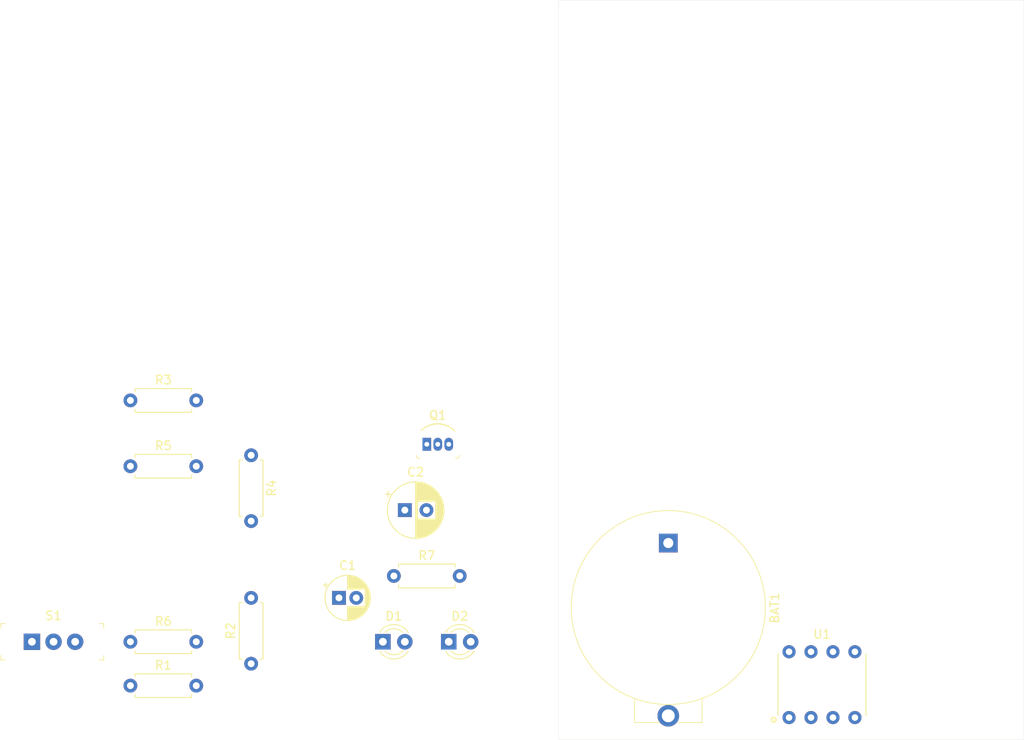
<source format=kicad_pcb>
(kicad_pcb (version 20211014) (generator pcbnew)
  (title_block (title "555_Badge") (rev "V01") (comment 3 "License CC BY 4.0") (comment 4 "Author: Sam DuBois"))
  (layers (0 "F.Cu" signal) (31 "B.Cu" signal) (34 "B.Paste" user) (35 "F.Paste" user) (36 "B.SilkS" user "B.Silkscreen") (37 "F.SilkS" user "F.Silkscreen") (38 "B.Mask" user) (39 "F.Mask" user) (44 "Edge.Cuts" user))
  (net 0 "")
  (net 1 "GND")
  (net 2 "Net-(BAT1-PadPos)")
  (net 3 "Net-(C1-Pad1)")
  (net 4 "Net-(C2-Pad1)")
  (net 5 "Net-(D1-Pad1)")
  (net 6 "Net-(D1-Pad2)")
  (net 7 "Net-(D2-Pad2)")
  (net 8 "Net-(Q1-Pad2)")
  (net 9 "VCC")
  (net 10 "Net-(R1-Pad2)")
  (net 11 "Net-(R3-Pad1)")
  (footprint "Resistor_THT:R_Axial_DIN0207_L6.3mm_D2.5mm_P7.62mm_Horizontal" (layer "F.Cu") (at 77.47 115.6843)
    (fp_text reference "R6" (at 3.81 -2.37) (layer "F.SilkS"))
    (fp_text value "100")
    (fp_line (start 0.54 1.04) (end 0.54 1.37) (layer "F.SilkS") (width 0.12))
    (fp_line (start 0.54 -1.37) (end 7.08 -1.37) (layer "F.SilkS") (width 0.12))
    (fp_line (start 7.08 -1.37) (end 7.08 -1.04) (layer "F.SilkS") (width 0.12))
    (fp_line (start 7.08 1.37) (end 7.08 1.04) (layer "F.SilkS") (width 0.12))
    (fp_line (start 0.54 1.37) (end 7.08 1.37) (layer "F.SilkS") (width 0.12))
    (fp_line (start 0.54 -1.04) (end 0.54 -1.37) (layer "F.SilkS") (width 0.12))
    (pad "1" thru_hole circle (at 0 0) (size 1.6 1.6) (drill 0.8) (layers *.Cu *.Mask) (net 9 "VCC"))
    (pad "2" thru_hole oval (at 7.62 0) (size 1.6 1.6) (drill 0.8) (layers *.Cu *.Mask) (net 6 "Net-(D1-Pad2)"))
  )
  (footprint "Capacitor_THT:CP_Radial_D6.3mm_P2.50mm" (layer "F.Cu") (at 109.22 100.4443)
    (fp_text reference "C2" (at 1.25 -4.4) (layer "F.SilkS"))
    (fp_text value "100uF")
    (fp_line (start 1.57 -3.215) (end 1.57 -1.04) (layer "F.SilkS") (width 0.12))
    (fp_line (start 2.491 1.04) (end 2.491 2.986) (layer "F.SilkS") (width 0.12))
    (fp_line (start 1.93 1.04) (end 1.93 3.159) (layer "F.SilkS") (width 0.12))
    (fp_line (start 3.411 -2.416) (end 3.411 -1.04) (layer "F.SilkS") (width 0.12))
    (fp_line (start 2.691 1.04) (end 2.691 2.896) (layer "F.SilkS") (width 0.12))
    (fp_line (start 2.851 -2.812) (end 2.851 -1.04) (layer "F.SilkS") (width 0.12))
    (fp_line (start 2.331 -3.047) (end 2.331 -1.04) (layer "F.SilkS") (width 0.12))
    (fp_line (start 2.971 1.04) (end 2.971 2.742) (layer "F.SilkS") (width 0.12))
    (fp_line (start 2.211 1.04) (end 2.211 3.086) (layer "F.SilkS") (width 0.12))
    (fp_line (start 3.731 -2.092) (end 3.731 2.092) (layer "F.SilkS") (width 0.12))
    (fp_line (start 3.251 1.04) (end 3.251 2.548) (layer "F.SilkS") (width 0.12))
    (fp_line (start 2.731 1.04) (end 2.731 2.876) (layer "F.SilkS") (width 0.12))
    (fp_line (start 1.37 -3.228) (end 1.37 3.228) (layer "F.SilkS") (width 0.12))
    (fp_line (start 1.61 -3.211) (end 1.61 -1.04) (layer "F.SilkS") (width 0.12))
    (fp_line (start 3.171 1.04) (end 3.171 2.607) (layer "F.SilkS") (width 0.12))
    (fp_line (start 1.29 -3.23) (end 1.29 3.23) (layer "F.SilkS") (width 0.12))
    (fp_line (start 4.251 -1.262) (end 4.251 1.262) (layer "F.SilkS") (width 0.12))
    (fp_line (start 1.69 1.04) (end 1.69 3.201) (layer "F.SilkS") (width 0.12))
    (fp_line (start 2.371 -3.033) (end 2.371 -1.04) (layer "F.SilkS") (width 0.12))
    (fp_line (start 3.211 -2.578) (end 3.211 -1.04) (layer "F.SilkS") (width 0.12))
    (fp_line (start 3.011 -2.716) (end 3.011 -1.04) (layer "F.SilkS") (width 0.12))
    (fp_line (start 1.77 -3.189) (end 1.77 -1.04) (layer "F.SilkS") (width 0.12))
    (fp_line (start 3.931 -1.834) (end 3.931 1.834) (layer "F.SilkS") (width 0.12))
    (fp_line (start 2.771 -2.856) (end 2.771 -1.04) (layer "F.SilkS") (width 0.12))
    (fp_line (start 1.971 1.04) (end 1.971 3.15) (layer "F.SilkS") (width 0.12))
    (fp_line (start 3.291 -2.516) (end 3.291 -1.04) (layer "F.SilkS") (width 0.12))
    (fp_line (start 2.731 -2.876) (end 2.731 -1.04) (layer "F.SilkS") (width 0.12))
    (fp_line (start 2.931 -2.766) (end 2.931 -1.04) (layer "F.SilkS") (width 0.12))
    (fp_line (start 3.571 -2.265) (end 3.571 2.265) (layer "F.SilkS") (width 0.12))
    (fp_line (start 1.49 1.04) (end 1.49 3.222) (layer "F.SilkS") (width 0.12))
    (fp_line (start 2.851 1.04) (end 2.851 2.812) (layer "F.SilkS") (width 0.12))
    (fp_line (start 4.091 -1.581) (end 4.091 1.581) (layer "F.SilkS") (width 0.12))
    (fp_line (start 3.891 -1.89) (end 3.891 1.89) (layer "F.SilkS") (width 0.12))
    (fp_line (start 1.85 -3.175) (end 1.85 -1.04) (layer "F.SilkS") (width 0.12))
    (fp_line (start 3.051 1.04) (end 3.051 2.69) (layer "F.SilkS") (width 0.12))
    (fp_line (start 3.331 1.04) (end 3.331 2.484) (layer "F.SilkS") (width 0.12))
    (fp_line (start 1.65 1.04) (end 1.65 3.206) (layer "F.SilkS") (width 0.12))
    (fp_line (start 3.531 1.04) (end 3.531 2.305) (layer "F.SilkS") (width 0.12))
    (fp_line (start 4.051 -1.65) (end 4.051 1.65) (layer "F.SilkS") (width 0.12))
    (fp_line (start 3.491 -2.343) (end 3.491 -1.04) (layer "F.SilkS") (width 0.12))
    (fp_line (start 2.571 1.04) (end 2.571 2.952) (layer "F.SilkS") (width 0.12))
    (fp_line (start 4.291 -1.165) (end 4.291 1.165) (layer "F.SilkS") (width 0.12))
    (fp_line (start 4.011 -1.714) (end 4.011 1.714) (layer "F.SilkS") (width 0.12))
    (fp_line (start 3.451 -2.38) (end 3.451 -1.04) (layer "F.SilkS") (width 0.12))
    (fp_line (start 3.491 1.04) (end 3.491 2.343) (layer "F.SilkS") (width 0.12))
    (fp_line (start 2.771 1.04) (end 2.771 2.856) (layer "F.SilkS") (width 0.12))
    (fp_line (start 1.81 1.04) (end 1.81 3.182) (layer "F.SilkS") (width 0.12))
    (fp_line (start 2.571 -2.952) (end 2.571 -1.04) (layer "F.SilkS") (width 0.12))
    (fp_line (start 3.011 1.04) (end 3.011 2.716) (layer "F.SilkS") (width 0.12))
    (fp_line (start 2.611 -2.934) (end 2.611 -1.04) (layer "F.SilkS") (width 0.12))
    (fp_line (start 1.89 -3.167) (end 1.89 -1.04) (layer "F.SilkS") (width 0.12))
    (fp_line (start 2.091 -3.121) (end 2.091 -1.04) (layer "F.SilkS") (width 0.12))
    (fp_line (start 1.25 -3.23) (end 1.25 3.23) (layer "F.SilkS") (width 0.12))
    (fp_line (start 2.811 -2.834) (end 2.811 -1.04) (layer "F.SilkS") (width 0.12))
    (fp_line (start 3.411 1.04) (end 3.411 2.416) (layer "F.SilkS") (width 0.12))
    (fp_line (start 3.251 -2.548) (end 3.251 -1.04) (layer "F.SilkS") (width 0.12))
    (fp_line (start 2.491 -2.986) (end 2.491 -1.04) (layer "F.SilkS") (width 0.12))
    (fp_line (start 4.491 -0.402) (end 4.491 0.402) (layer "F.SilkS") (width 0.12))
    (fp_line (start 2.251 1.04) (end 2.251 3.074) (layer "F.SilkS") (width 0.12))
    (fp_line (start 4.371 -0.94) (end 4.371 0.94) (layer "F.SilkS") (width 0.12))
    (fp_line (start 1.73 -3.195) (end 1.73 -1.04) (layer "F.SilkS") (width 0.12))
    (fp_line (start 2.891 -2.79) (end 2.891 -1.04) (layer "F.SilkS") (width 0.12))
    (fp_line (start 2.611 1.04) (end 2.611 2.934) (layer "F.SilkS") (width 0.12))
    (fp_line (start 3.771 -2.044) (end 3.771 2.044) (layer "F.SilkS") (width 0.12))
    (fp_line (start 1.89 1.04) (end 1.89 3.167) (layer "F.SilkS") (width 0.12))
    (fp_line (start 3.091 -2.664) (end 3.091 -1.04) (layer "F.SilkS") (width 0.12))
    (fp_line (start 1.69 -3.201) (end 1.69 -1.04) (layer "F.SilkS") (width 0.12))
    (fp_line (start 2.011 -3.141) (end 2.011 -1.04) (layer "F.SilkS") (width 0.12))
    (fp_line (start 3.611 -2.224) (end 3.611 2.224) (layer "F.SilkS") (width 0.12))
    (fp_line (start 2.171 -3.098) (end 2.171 -1.04) (layer "F.SilkS") (width 0.12))
    (fp_line (start 2.331 1.04) (end 2.331 3.047) (layer "F.SilkS") (width 0.12))
    (fp_line (start 3.971 -1.776) (end 3.971 1.776) (layer "F.SilkS") (width 0.12))
    (fp_line (start 1.57 1.04) (end 1.57 3.215) (layer "F.SilkS") (width 0.12))
    (fp_line (start 3.371 1.04) (end 3.371 2.45) (layer "F.SilkS") (width 0.12))
    (fp_line (start 2.691 -2.896) (end 2.691 -1.04) (layer "F.SilkS") (width 0.12))
    (fp_line (start 2.171 1.04) (end 2.171 3.098) (layer "F.SilkS") (width 0.12))
    (fp_line (start 2.531 1.04) (end 2.531 2.97) (layer "F.SilkS") (width 0.12))
    (fp_line (start 1.53 -3.218) (end 1.53 -1.04) (layer "F.SilkS") (width 0.12))
    (fp_line (start 2.651 1.04) (end 2.651 2.916) (layer "F.SilkS") (width 0.12))
    (fp_line (start 2.131 -3.11) (end 2.131 -1.04) (layer "F.SilkS") (width 0.12))
    (fp_line (start 2.211 -3.086) (end 2.211 -1.04) (layer "F.SilkS") (width 0.12))
    (fp_line (start 2.411 1.04) (end 2.411 3.018) (layer "F.SilkS") (width 0.12))
    (fp_line (start 2.291 -3.061) (end 2.291 -1.04) (layer "F.SilkS") (width 0.12))
    (fp_line (start 2.451 1.04) (end 2.451 3.002) (layer "F.SilkS") (width 0.12))
    (fp_line (start -2.250241 -1.839) (end -1.620241 -1.839) (layer "F.SilkS") (width 0.12))
    (fp_line (start 3.371 -2.45) (end 3.371 -1.04) (layer "F.SilkS") (width 0.12))
    (fp_line (start 2.811 1.04) (end 2.811 2.834) (layer "F.SilkS") (width 0.12))
    (fp_line (start 2.051 1.04) (end 2.051 3.131) (layer "F.SilkS") (width 0.12))
    (fp_line (start 2.251 -3.074) (end 2.251 -1.04) (layer "F.SilkS") (width 0.12))
    (fp_line (start 1.41 -3.227) (end 1.41 3.227) (layer "F.SilkS") (width 0.12))
    (fp_line (start 2.531 -2.97) (end 2.531 -1.04) (layer "F.SilkS") (width 0.12))
    (fp_line (start 1.73 1.04) (end 1.73 3.195) (layer "F.SilkS") (width 0.12))
    (fp_line (start 1.81 -3.182) (end 1.81 -1.04) (layer "F.SilkS") (width 0.12))
    (fp_line (start 2.451 -3.002) (end 2.451 -1.04) (layer "F.SilkS") (width 0.12))
    (fp_line (start 2.651 -2.916) (end 2.651 -1.04) (layer "F.SilkS") (width 0.12))
    (fp_line (start 1.93 -3.159) (end 1.93 -1.04) (layer "F.SilkS") (width 0.12))
    (fp_line (start 1.45 -3.224) (end 1.45 3.224) (layer "F.SilkS") (width 0.12))
    (fp_line (start 3.291 1.04) (end 3.291 2.516) (layer "F.SilkS") (width 0.12))
    (fp_line (start 3.171 -2.607) (end 3.171 -1.04) (layer "F.SilkS") (width 0.12))
    (fp_line (start 4.331 -1.059) (end 4.331 1.059) (layer "F.SilkS") (width 0.12))
    (fp_line (start 2.051 -3.131) (end 2.051 -1.04) (layer "F.SilkS") (width 0.12))
    (fp_line (start 3.851 -1.944) (end 3.851 1.944) (layer "F.SilkS") (width 0.12))
    (fp_line (start -1.935241 -2.154) (end -1.935241 -1.524) (layer "F.SilkS") (width 0.12))
    (fp_line (start 4.411 -0.802) (end 4.411 0.802) (layer "F.SilkS") (width 0.12))
    (fp_line (start 2.971 -2.742) (end 2.971 -1.04) (layer "F.SilkS") (width 0.12))
    (fp_line (start 3.131 -2.636) (end 3.131 -1.04) (layer "F.SilkS") (width 0.12))
    (fp_line (start 1.61 1.04) (end 1.61 3.211) (layer "F.SilkS") (width 0.12))
    (fp_line (start 1.65 -3.206) (end 1.65 -1.04) (layer "F.SilkS") (width 0.12))
    (fp_line (start 4.211 -1.35) (end 4.211 1.35) (layer "F.SilkS") (width 0.12))
    (fp_line (start 3.211 1.04) (end 3.211 2.578) (layer "F.SilkS") (width 0.12))
    (fp_line (start 4.131 -1.509) (end 4.131 1.509) (layer "F.SilkS") (width 0.12))
    (fp_line (start 3.451 1.04) (end 3.451 2.38) (layer "F.SilkS") (width 0.12))
    (fp_line (start 3.691 -2.137) (end 3.691 2.137) (layer "F.SilkS") (width 0.12))
    (fp_line (start 1.53 1.04) (end 1.53 3.218) (layer "F.SilkS") (width 0.12))
    (fp_line (start 2.891 1.04) (end 2.891 2.79) (layer "F.SilkS") (width 0.12))
    (fp_line (start 3.651 -2.182) (end 3.651 2.182) (layer "F.SilkS") (width 0.12))
    (fp_line (start 2.931 1.04) (end 2.931 2.766) (layer "F.SilkS") (width 0.12))
    (fp_line (start 2.091 1.04) (end 2.091 3.121) (layer "F.SilkS") (width 0.12))
    (fp_line (start 3.331 -2.484) (end 3.331 -1.04) (layer "F.SilkS") (width 0.12))
    (fp_line (start 1.85 1.04) (end 1.85 3.175) (layer "F.SilkS") (width 0.12))
    (fp_line (start 1.49 -3.222) (end 1.49 -1.04) (layer "F.SilkS") (width 0.12))
    (fp_line (start 1.77 1.04) (end 1.77 3.189) (layer "F.SilkS") (width 0.12))
    (fp_line (start 2.291 1.04) (end 2.291 3.061) (layer "F.SilkS") (width 0.12))
    (fp_line (start 4.451 -0.633) (end 4.451 0.633) (layer "F.SilkS") (width 0.12))
    (fp_line (start 3.131 1.04) (end 3.131 2.636) (layer "F.SilkS") (width 0.12))
    (fp_line (start 3.051 -2.69) (end 3.051 -1.04) (layer "F.SilkS") (width 0.12))
    (fp_line (start 3.811 -1.995) (end 3.811 1.995) (layer "F.SilkS") (width 0.12))
    (fp_line (start 2.131 1.04) (end 2.131 3.11) (layer "F.SilkS") (width 0.12))
    (fp_line (start 4.171 -1.432) (end 4.171 1.432) (layer "F.SilkS") (width 0.12))
    (fp_line (start 3.091 1.04) (end 3.091 2.664) (layer "F.SilkS") (width 0.12))
    (fp_line (start 2.011 1.04) (end 2.011 3.141) (layer "F.SilkS") (width 0.12))
    (fp_line (start 2.371 1.04) (end 2.371 3.033) (layer "F.SilkS") (width 0.12))
    (fp_line (start 1.33 -3.23) (end 1.33 3.23) (layer "F.SilkS") (width 0.12))
    (fp_line (start 1.971 -3.15) (end 1.971 -1.04) (layer "F.SilkS") (width 0.12))
    (fp_line (start 2.411 -3.018) (end 2.411 -1.04) (layer "F.SilkS") (width 0.12))
    (fp_line (start 3.531 -2.305) (end 3.531 -1.04) (layer "F.SilkS") (width 0.12))
    (fp_circle (center 1.25 0) (end 4.52 0) (layer "F.SilkS") (width 0.12) (fill none))
    (pad "1" thru_hole rect (at 0 0) (size 1.6 1.6) (drill 0.8) (layers *.Cu *.Mask) (net 4 "Net-(C2-Pad1)"))
    (pad "2" thru_hole circle (at 2.5 0) (size 1.6 1.6) (drill 0.8) (layers *.Cu *.Mask) (net 1 "GND"))
  )
  (footprint "Resistor_THT:R_Axial_DIN0207_L6.3mm_D2.5mm_P7.62mm_Horizontal" (layer "F.Cu") (at 77.47 95.3643)
    (fp_text reference "R5" (at 3.81 -2.37) (layer "F.SilkS"))
    (fp_text value "10k")
    (fp_line (start 7.08 1.37) (end 7.08 1.04) (layer "F.SilkS") (width 0.12))
    (fp_line (start 7.08 -1.37) (end 7.08 -1.04) (layer "F.SilkS") (width 0.12))
    (fp_line (start 0.54 -1.37) (end 7.08 -1.37) (layer "F.SilkS") (width 0.12))
    (fp_line (start 0.54 1.04) (end 0.54 1.37) (layer "F.SilkS") (width 0.12))
    (fp_line (start 0.54 1.37) (end 7.08 1.37) (layer "F.SilkS") (width 0.12))
    (fp_line (start 0.54 -1.04) (end 0.54 -1.37) (layer "F.SilkS") (width 0.12))
    (pad "1" thru_hole circle (at 0 0) (size 1.6 1.6) (drill 0.8) (layers *.Cu *.Mask) (net 4 "Net-(C2-Pad1)"))
    (pad "2" thru_hole oval (at 7.62 0) (size 1.6 1.6) (drill 0.8) (layers *.Cu *.Mask) (net 8 "Net-(Q1-Pad2)"))
  )
  (footprint "LED_THT:LED_D3.0mm" (layer "F.Cu") (at 106.68 115.6843)
    (fp_text reference "D1" (at 1.27 -2.96) (layer "F.SilkS"))
    (fp_text value "RED")
    (fp_line (start -0.29 -1.236) (end -0.29 -1.08) (layer "F.SilkS") (width 0.12))
    (fp_line (start -0.29 1.08) (end -0.29 1.236) (layer "F.SilkS") (width 0.12))
    (fp_arc (start 2.942335 1.078608) (mid 1.366487 1.987659) (end -0.29 1.235516) (layer "F.SilkS") (width 0.12))
    (fp_arc (start 0.229039 -1.08) (mid 1.270117 -1.5) (end 2.31113 -1.079837) (layer "F.SilkS") (width 0.12))
    (fp_arc (start 2.31113 1.079837) (mid 1.270117 1.5) (end 0.229039 1.08) (layer "F.SilkS") (width 0.12))
    (fp_arc (start -0.29 -1.235516) (mid 1.366487 -1.987659) (end 2.942335 -1.078608) (layer "F.SilkS") (width 0.12))
    (pad "1" thru_hole rect (at 0 0) (size 1.8 1.8) (drill 0.9) (layers *.Cu *.Mask) (net 5 "Net-(D1-Pad1)"))
    (pad "2" thru_hole circle (at 2.54 0) (size 1.8 1.8) (drill 0.9) (layers *.Cu *.Mask) (net 6 "Net-(D1-Pad2)"))
  )
  (footprint "Capacitor_THT:CP_Radial_D5.0mm_P2.00mm" (layer "F.Cu") (at 101.6 110.6043)
    (fp_text reference "C1" (at 1 -3.75) (layer "F.SilkS"))
    (fp_text value "10uF")
    (fp_line (start 1.2 1.04) (end 1.2 2.573) (layer "F.SilkS") (width 0.12))
    (fp_line (start 3.441 -0.915) (end 3.441 0.915) (layer "F.SilkS") (width 0.12))
    (fp_line (start 1.6 1.04) (end 1.6 2.511) (layer "F.SilkS") (width 0.12))
    (fp_line (start 2.921 1.04) (end 2.921 1.743) (layer "F.SilkS") (width 0.12))
    (fp_line (start 1.841 1.04) (end 1.841 2.442) (layer "F.SilkS") (width 0.12))
    (fp_line (start 2.961 1.04) (end 2.961 1.699) (layer "F.SilkS") (width 0.12))
    (fp_line (start 1.56 1.04) (end 1.56 2.52) (layer "F.SilkS") (width 0.12))
    (fp_line (start 1.881 -2.428) (end 1.881 -1.04) (layer "F.SilkS") (width 0.12))
    (fp_line (start 3.401 -1.011) (end 3.401 1.011) (layer "F.SilkS") (width 0.12))
    (fp_line (start 1.761 -2.468) (end 1.761 -1.04) (layer "F.SilkS") (width 0.12))
    (fp_line (start 3.001 1.04) (end 3.001 1.653) (layer "F.SilkS") (width 0.12))
    (fp_line (start 1.24 -2.569) (end 1.24 -1.04) (layer "F.SilkS") (width 0.12))
    (fp_line (start 2.801 -1.864) (end 2.801 -1.04) (layer "F.SilkS") (width 0.12))
    (fp_line (start 2.481 -2.122) (end 2.481 -1.04) (layer "F.SilkS") (width 0.12))
    (fp_line (start 1.52 1.04) (end 1.52 2.528) (layer "F.SilkS") (width 0.12))
    (fp_line (start 1.68 1.04) (end 1.68 2.491) (layer "F.SilkS") (width 0.12))
    (fp_line (start 2.681 -1.971) (end 2.681 -1.04) (layer "F.SilkS") (width 0.12))
    (fp_line (start 1.44 1.04) (end 1.44 2.543) (layer "F.SilkS") (width 0.12))
    (fp_line (start 3.561 -0.518) (end 3.561 0.518) (layer "F.SilkS") (width 0.12))
    (fp_line (start 1.52 -2.528) (end 1.52 -1.04) (layer "F.SilkS") (width 0.12))
    (fp_line (start 3.321 -1.178) (end 3.321 1.178) (layer "F.SilkS") (width 0.12))
    (fp_line (start 2.401 -2.175) (end 2.401 -1.04) (layer "F.SilkS") (width 0.12))
    (fp_line (start 1.44 -2.543) (end 1.44 -1.04) (layer "F.SilkS") (width 0.12))
    (fp_line (start 2.761 -1.901) (end 2.761 -1.04) (layer "F.SilkS") (width 0.12))
    (fp_line (start 1.08 1.04) (end 1.08 2.579) (layer "F.SilkS") (width 0.12))
    (fp_line (start 1.04 1.04) (end 1.04 2.58) (layer "F.SilkS") (width 0.12))
    (fp_line (start 1.801 -2.455) (end 1.801 -1.04) (layer "F.SilkS") (width 0.12))
    (fp_line (start 3.161 -1.443) (end 3.161 1.443) (layer "F.SilkS") (width 0.12))
    (fp_line (start 2.481 1.04) (end 2.481 2.122) (layer "F.SilkS") (width 0.12))
    (fp_line (start 1.761 1.04) (end 1.761 2.468) (layer "F.SilkS") (width 0.12))
    (fp_line (start 2.921 -1.743) (end 2.921 -1.04) (layer "F.SilkS") (width 0.12))
    (fp_line (start 2.841 1.04) (end 2.841 1.826) (layer "F.SilkS") (width 0.12))
    (fp_line (start 1.921 1.04) (end 1.921 2.414) (layer "F.SilkS") (width 0.12))
    (fp_line (start 2.001 -2.382) (end 2.001 -1.04) (layer "F.SilkS") (width 0.12))
    (fp_line (start 2.081 1.04) (end 2.081 2.348) (layer "F.SilkS") (width 0.12))
    (fp_line (start 1.4 1.04) (end 1.4 2.55) (layer "F.SilkS") (width 0.12))
    (fp_line (start 2.201 -2.29) (end 2.201 -1.04) (layer "F.SilkS") (width 0.12))
    (fp_line (start 1.28 1.04) (end 1.28 2.565) (layer "F.SilkS") (width 0.12))
    (fp_line (start 1.4 -2.55) (end 1.4 -1.04) (layer "F.SilkS") (width 0.12))
    (fp_line (start 3.281 -1.251) (end 3.281 1.251) (layer "F.SilkS") (width 0.12))
    (fp_line (start 1.04 -2.58) (end 1.04 -1.04) (layer "F.SilkS") (width 0.12))
    (fp_line (start 2.241 -2.268) (end 2.241 -1.04) (layer "F.SilkS") (width 0.12))
    (fp_line (start 2.401 1.04) (end 2.401 2.175) (layer "F.SilkS") (width 0.12))
    (fp_line (start 1 -2.58) (end 1 -1.04) (layer "F.SilkS") (width 0.12))
    (fp_line (start 2.521 1.04) (end 2.521 2.095) (layer "F.SilkS") (width 0.12))
    (fp_line (start 1.721 1.04) (end 1.721 2.48) (layer "F.SilkS") (width 0.12))
    (fp_line (start 2.641 1.04) (end 2.641 2.004) (layer "F.SilkS") (width 0.12))
    (fp_line (start 1.48 -2.536) (end 1.48 -1.04) (layer "F.SilkS") (width 0.12))
    (fp_line (start 2.801 1.04) (end 2.801 1.864) (layer "F.SilkS") (width 0.12))
    (fp_line (start 2.081 -2.348) (end 2.081 -1.04) (layer "F.SilkS") (width 0.12))
    (fp_line (start 2.601 1.04) (end 2.601 2.035) (layer "F.SilkS") (width 0.12))
    (fp_line (start 2.161 1.04) (end 2.161 2.31) (layer "F.SilkS") (width 0.12))
    (fp_line (start 1.841 -2.442) (end 1.841 -1.04) (layer "F.SilkS") (width 0.12))
    (fp_line (start 2.121 -2.329) (end 2.121 -1.04) (layer "F.SilkS") (width 0.12))
    (fp_line (start 1.16 1.04) (end 1.16 2.576) (layer "F.SilkS") (width 0.12))
    (fp_line (start 3.481 -0.805) (end 3.481 0.805) (layer "F.SilkS") (width 0.12))
    (fp_line (start 2.281 1.04) (end 2.281 2.247) (layer "F.SilkS") (width 0.12))
    (fp_line (start 1.12 -2.578) (end 1.12 -1.04) (layer "F.SilkS") (width 0.12))
    (fp_line (start 1.881 1.04) (end 1.881 2.428) (layer "F.SilkS") (width 0.12))
    (fp_line (start 2.601 -2.035) (end 2.601 -1.04) (layer "F.SilkS") (width 0.12))
    (fp_line (start 3.121 -1.5) (end 3.121 1.5) (layer "F.SilkS") (width 0.12))
    (fp_line (start 2.681 1.04) (end 2.681 1.971) (layer "F.SilkS") (width 0.12))
    (fp_line (start 2.161 -2.31) (end 2.161 -1.04) (layer "F.SilkS") (width 0.12))
    (fp_line (start 1.36 1.04) (end 1.36 2.556) (layer "F.SilkS") (width 0.12))
    (fp_line (start 2.281 -2.247) (end 2.281 -1.04) (layer "F.SilkS") (width 0.12))
    (fp_line (start 1 1.04) (end 1 2.58) (layer "F.SilkS") (width 0.12))
    (fp_line (start 1.32 1.04) (end 1.32 2.561) (layer "F.SilkS") (width 0.12))
    (fp_line (start 3.521 -0.677) (end 3.521 0.677) (layer "F.SilkS") (width 0.12))
    (fp_line (start 1.48 1.04) (end 1.48 2.536) (layer "F.SilkS") (width 0.12))
    (fp_line (start -1.554775 -1.725) (end -1.554775 -1.225) (layer "F.SilkS") (width 0.12))
    (fp_line (start 2.441 1.04) (end 2.441 2.149) (layer "F.SilkS") (width 0.12))
    (fp_line (start 2.561 1.04) (end 2.561 2.065) (layer "F.SilkS") (width 0.12))
    (fp_line (start 3.001 -1.653) (end 3.001 -1.04) (layer "F.SilkS") (width 0.12))
    (fp_line (start 1.08 -2.579) (end 1.08 -1.04) (layer "F.SilkS") (width 0.12))
    (fp_line (start 3.201 -1.383) (end 3.201 1.383) (layer "F.SilkS") (width 0.12))
    (fp_line (start 3.361 -1.098) (end 3.361 1.098) (layer "F.SilkS") (width 0.12))
    (fp_line (start 2.201 1.04) (end 2.201 2.29) (layer "F.SilkS") (width 0.12))
    (fp_line (start 1.24 1.04) (end 1.24 2.569) (layer "F.SilkS") (width 0.12))
    (fp_line (start 2.121 1.04) (end 2.121 2.329) (layer "F.SilkS") (width 0.12))
    (fp_line (start 2.721 1.04) (end 2.721 1.937) (layer "F.SilkS") (width 0.12))
    (fp_line (start 2.001 1.04) (end 2.001 2.382) (layer "F.SilkS") (width 0.12))
    (fp_line (start 2.321 1.04) (end 2.321 2.224) (layer "F.SilkS") (width 0.12))
    (fp_line (start 2.761 1.04) (end 2.761 1.901) (layer "F.SilkS") (width 0.12))
    (fp_line (start 2.041 -2.365) (end 2.041 -1.04) (layer "F.SilkS") (width 0.12))
    (fp_line (start -1.804775 -1.475) (end -1.304775 -1.475) (layer "F.SilkS") (width 0.12))
    (fp_line (start 1.32 -2.561) (end 1.32 -1.04) (layer "F.SilkS") (width 0.12))
    (fp_line (start 1.6 -2.511) (end 1.6 -1.04) (layer "F.SilkS") (width 0.12))
    (fp_line (start 1.801 1.04) (end 1.801 2.455) (layer "F.SilkS") (width 0.12))
    (fp_line (start 1.36 -2.556) (end 1.36 -1.04) (layer "F.SilkS") (width 0.12))
    (fp_line (start 1.961 1.04) (end 1.961 2.398) (layer "F.SilkS") (width 0.12))
    (fp_line (start 2.961 -1.699) (end 2.961 -1.04) (layer "F.SilkS") (width 0.12))
    (fp_line (start 1.12 1.04) (end 1.12 2.578) (layer "F.SilkS") (width 0.12))
    (fp_line (start 2.521 -2.095) (end 2.521 -1.04) (layer "F.SilkS") (width 0.12))
    (fp_line (start 2.041 1.04) (end 2.041 2.365) (layer "F.SilkS") (width 0.12))
    (fp_line (start 2.561 -2.065) (end 2.561 -1.04) (layer "F.SilkS") (width 0.12))
    (fp_line (start 2.881 -1.785) (end 2.881 -1.04) (layer "F.SilkS") (width 0.12))
    (fp_line (start 1.2 -2.573) (end 1.2 -1.04) (layer "F.SilkS") (width 0.12))
    (fp_line (start 2.641 -2.004) (end 2.641 -1.04) (layer "F.SilkS") (width 0.12))
    (fp_line (start 2.361 1.04) (end 2.361 2.2) (layer "F.SilkS") (width 0.12))
    (fp_line (start 1.56 -2.52) (end 1.56 -1.04) (layer "F.SilkS") (width 0.12))
    (fp_line (start 2.361 -2.2) (end 2.361 -1.04) (layer "F.SilkS") (width 0.12))
    (fp_line (start 1.961 -2.398) (end 1.961 -1.04) (layer "F.SilkS") (width 0.12))
    (fp_line (start 2.881 1.04) (end 2.881 1.785) (layer "F.SilkS") (width 0.12))
    (fp_line (start 2.841 -1.826) (end 2.841 -1.04) (layer "F.SilkS") (width 0.12))
    (fp_line (start 1.16 -2.576) (end 1.16 -1.04) (layer "F.SilkS") (width 0.12))
    (fp_line (start 1.64 -2.501) (end 1.64 -1.04) (layer "F.SilkS") (width 0.12))
    (fp_line (start 2.721 -1.937) (end 2.721 -1.04) (layer "F.SilkS") (width 0.12))
    (fp_line (start 3.041 -1.605) (end 3.041 1.605) (layer "F.SilkS") (width 0.12))
    (fp_line (start 1.68 -2.491) (end 1.68 -1.04) (layer "F.SilkS") (width 0.12))
    (fp_line (start 1.28 -2.565) (end 1.28 -1.04) (layer "F.SilkS") (width 0.12))
    (fp_line (start 2.321 -2.224) (end 2.321 -1.04) (layer "F.SilkS") (width 0.12))
    (fp_line (start 2.441 -2.149) (end 2.441 -1.04) (layer "F.SilkS") (width 0.12))
    (fp_line (start 3.241 -1.319) (end 3.241 1.319) (layer "F.SilkS") (width 0.12))
    (fp_line (start 3.601 -0.284) (end 3.601 0.284) (layer "F.SilkS") (width 0.12))
    (fp_line (start 1.921 -2.414) (end 1.921 -1.04) (layer "F.SilkS") (width 0.12))
    (fp_line (start 1.721 -2.48) (end 1.721 -1.04) (layer "F.SilkS") (width 0.12))
    (fp_line (start 3.081 -1.554) (end 3.081 1.554) (layer "F.SilkS") (width 0.12))
    (fp_line (start 1.64 1.04) (end 1.64 2.501) (layer "F.SilkS") (width 0.12))
    (fp_line (start 2.241 1.04) (end 2.241 2.268) (layer "F.SilkS") (width 0.12))
    (fp_circle (center 1 0) (end 3.62 0) (layer "F.SilkS") (width 0.12) (fill none))
    (pad "1" thru_hole rect (at 0 0) (size 1.6 1.6) (drill 0.8) (layers *.Cu *.Mask) (net 3 "Net-(C1-Pad1)"))
    (pad "2" thru_hole circle (at 2 0) (size 1.6 1.6) (drill 0.8) (layers *.Cu *.Mask) (net 1 "GND"))
  )
  (footprint "555_Badge:ICM7555-PDIP" (layer "F.Cu") (at 157.48 120.65)
    (fp_text reference "U1" (at 0 -5.842 unlocked) (layer "F.SilkS"))
    (fp_text value "7555")
    (fp_line (start -5.08 3.556) (end -5.08 -3.556) (layer "F.SilkS") (width 0.12))
    (fp_line (start 5.08 3.556) (end 5.08 -3.556) (layer "F.SilkS") (width 0.12))
    (fp_circle (center -5.588 4.064) (end -5.334 4.064) (layer "F.SilkS") (width 0.2032) (fill none))
    (pad "1" thru_hole circle (at -3.81 3.81) (size 1.524 1.524) (drill 0.762) (layers *.Cu *.Mask) (net 1 "GND"))
    (pad "2" thru_hole circle (at -1.27 3.81) (size 1.524 1.524) (drill 0.762) (layers *.Cu *.Mask) (net 3 "Net-(C1-Pad1)"))
    (pad "3" thru_hole circle (at 1.27 3.81) (size 1.524 1.524) (drill 0.762) (layers *.Cu *.Mask) (net 11 "Net-(R3-Pad1)"))
    (pad "4" thru_hole circle (at 3.81 3.81) (size 1.524 1.524) (drill 0.762) (layers *.Cu *.Mask) (net 9 "VCC"))
    (pad "5" thru_hole circle (at 3.81 -3.81) (size 1.524 1.524) (drill 0.762) (layers *.Cu *.Mask))
    (pad "6" thru_hole circle (at 1.27 -3.81) (size 1.524 1.524) (drill 0.762) (layers *.Cu *.Mask) (net 3 "Net-(C1-Pad1)"))
    (pad "7" thru_hole circle (at -1.27 -3.81) (size 1.524 1.524) (drill 0.762) (layers *.Cu *.Mask) (net 10 "Net-(R1-Pad2)"))
    (pad "8" thru_hole circle (at -3.81 -3.81) (size 1.524 1.524) (drill 0.762) (layers *.Cu *.Mask) (net 9 "VCC"))
  )
  (footprint "Resistor_THT:R_Axial_DIN0207_L6.3mm_D2.5mm_P7.62mm_Horizontal" (layer "F.Cu") (at 107.95 108.0643)
    (fp_text reference "R7" (at 3.81 -2.37) (layer "F.SilkS"))
    (fp_text value "100")
    (fp_line (start 7.08 1.37) (end 7.08 1.04) (layer "F.SilkS") (width 0.12))
    (fp_line (start 0.54 -1.04) (end 0.54 -1.37) (layer "F.SilkS") (width 0.12))
    (fp_line (start 0.54 1.37) (end 7.08 1.37) (layer "F.SilkS") (width 0.12))
    (fp_line (start 7.08 -1.37) (end 7.08 -1.04) (layer "F.SilkS") (width 0.12))
    (fp_line (start 0.54 1.04) (end 0.54 1.37) (layer "F.SilkS") (width 0.12))
    (fp_line (start 0.54 -1.37) (end 7.08 -1.37) (layer "F.SilkS") (width 0.12))
    (pad "1" thru_hole circle (at 0 0) (size 1.6 1.6) (drill 0.8) (layers *.Cu *.Mask) (net 9 "VCC"))
    (pad "2" thru_hole oval (at 7.62 0) (size 1.6 1.6) (drill 0.8) (layers *.Cu *.Mask) (net 7 "Net-(D2-Pad2)"))
  )
  (footprint "digikey-footprints:TO-92-3" (layer "F.Cu") (at 111.76 92.8243)
    (fp_text reference "Q1" (at 1.27 -3.35) (layer "F.SilkS"))
    (fp_text value "2N3904")
    (fp_line (start 3.62 1.6) (end 3.32 1.6) (layer "F.SilkS") (width 0.1))
    (fp_line (start -0.78 1.6) (end -1.08 1.6) (layer "F.SilkS") (width 0.1))
    (fp_line (start 3.62 1.6) (end 3.77 1.3) (layer "F.SilkS") (width 0.1))
    (fp_line (start -1.08 1.6) (end -1.23 1.3) (layer "F.SilkS") (width 0.1))
    (fp_arc (start -0.63 -1.6) (mid 1.305355 -2.372361) (end 3.22 -1.55) (layer "F.SilkS") (width 0.15))
    (pad "1" thru_hole rect locked (at 0 0 180) (size 1 1.5) (drill 0.55) (layers *.Cu *.Mask) (net 1 "GND"))
    (pad "2" thru_hole oval locked (at 1.27 0 180) (size 1 1.5) (drill 0.55) (layers *.Cu *.Mask) (net 8 "Net-(Q1-Pad2)"))
    (pad "3" thru_hole oval locked (at 2.54 0 180) (size 1 1.5) (drill 0.55) (layers *.Cu *.Mask) (net 5 "Net-(D1-Pad1)"))
  )
  (footprint "digikey-footprints:Battery_Holder_Coin_2032_BS-7" (layer "F.Cu") (at 139.7 104.2543 -90)
    (fp_text reference "BAT1" (at 7.52856 -12.3063 90) (layer "F.SilkS"))
    (fp_text value "BS-7")
    (fp_line (start 20.7772 3.9116) (end 20.7772 1.0668) (layer "F.SilkS") (width 0.1))
    (fp_line (start 20.7772 -3.9116) (end 20.7772 -1.0668) (layer "F.SilkS") (width 0.1))
    (fp_line (start 18.034 -3.9116) (end 20.7772 -3.9116) (layer "F.SilkS") (width 0.1))
    (fp_line (start 18.034 3.9116) (end 20.7772 3.9116) (layer "F.SilkS") (width 0.1))
    (fp_circle (center 7.4676 0) (end -3.7592 0) (layer "F.SilkS") (width 0.1) (fill none))
    (pad "Neg" thru_hole rect locked (at 0 0 270) (size 2.17 2.17) (drill 1.17) (layers *.Cu *.Mask) (net 1 "GND"))
    (pad "Pos" thru_hole circle locked (at 20 0 270) (size 2.5 2.5) (drill 1.5) (layers *.Cu *.Mask) (net 2 "Net-(BAT1-PadPos)"))
  )
  (footprint "digikey-footprints:Switch_Slide_11.6x4mm_EG1218" (layer "F.Cu") (at 66.08 115.6843)
    (fp_text reference "S1" (at 2.49 -3.02) (layer "F.SilkS"))
    (fp_text value "EG1218")
    (fp_line (start 8.3 2.1) (end 7.8 2.1) (layer "F.SilkS") (width 0.1))
    (fp_line (start -3.6 2.1) (end -3.1 2.1) (layer "F.SilkS") (width 0.1))
    (fp_line (start 8.3 2.1) (end 8.3 1.6) (layer "F.SilkS") (width 0.1))
    (fp_line (start -3.6 -2.1) (end -3.6 -1.6) (layer "F.SilkS") (width 0.1))
    (fp_line (start -3.6 -2.1) (end -3.1 -2.1) (layer "F.SilkS") (width 0.1))
    (fp_line (start -3.6 2.1) (end -3.6 1.6) (layer "F.SilkS") (width 0.1))
    (fp_line (start 8.3 -2.1) (end 8.3 -1.6) (layer "F.SilkS") (width 0.1))
    (fp_line (start 8.3 -2.1) (end 7.8 -2.1) (layer "F.SilkS") (width 0.1))
    (pad "1" thru_hole rect locked (at 0 0) (size 1.9 1.9) (drill 0.9) (layers *.Cu *.Mask))
    (pad "2" thru_hole circle locked (at 2.5 0) (size 1.9 1.9) (drill 0.9) (layers *.Cu *.Mask) (net 9 "VCC"))
    (pad "3" thru_hole circle locked (at 5 0) (size 1.9 1.9) (drill 0.9) (layers *.Cu *.Mask) (net 2 "Net-(BAT1-PadPos)"))
  )
  (footprint "Resistor_THT:R_Axial_DIN0207_L6.3mm_D2.5mm_P7.62mm_Horizontal" (layer "F.Cu") (at 77.47 87.7443)
    (fp_text reference "R3" (at 3.81 -2.37) (layer "F.SilkS"))
    (fp_text value "22k")
    (fp_line (start 7.08 1.37) (end 7.08 1.04) (layer "F.SilkS") (width 0.12))
    (fp_line (start 0.54 -1.04) (end 0.54 -1.37) (layer "F.SilkS") (width 0.12))
    (fp_line (start 0.54 1.04) (end 0.54 1.37) (layer "F.SilkS") (width 0.12))
    (fp_line (start 7.08 -1.37) (end 7.08 -1.04) (layer "F.SilkS") (width 0.12))
    (fp_line (start 0.54 -1.37) (end 7.08 -1.37) (layer "F.SilkS") (width 0.12))
    (fp_line (start 0.54 1.37) (end 7.08 1.37) (layer "F.SilkS") (width 0.12))
    (pad "1" thru_hole circle (at 0 0) (size 1.6 1.6) (drill 0.8) (layers *.Cu *.Mask) (net 11 "Net-(R3-Pad1)"))
    (pad "2" thru_hole oval (at 7.62 0) (size 1.6 1.6) (drill 0.8) (layers *.Cu *.Mask) (net 4 "Net-(C2-Pad1)"))
  )
  (footprint "LED_THT:LED_D3.0mm" (layer "F.Cu") (at 114.3 115.6843)
    (fp_text reference "D2" (at 1.27 -2.96) (layer "F.SilkS"))
    (fp_text value "RED")
    (fp_line (start -0.29 1.08) (end -0.29 1.236) (layer "F.SilkS") (width 0.12))
    (fp_line (start -0.29 -1.236) (end -0.29 -1.08) (layer "F.SilkS") (width 0.12))
    (fp_arc (start 2.942335 1.078608) (mid 1.366487 1.987659) (end -0.29 1.235516) (layer "F.SilkS") (width 0.12))
    (fp_arc (start -0.29 -1.235516) (mid 1.366487 -1.987659) (end 2.942335 -1.078608) (layer "F.SilkS") (width 0.12))
    (fp_arc (start 2.31113 1.079837) (mid 1.270117 1.5) (end 0.229039 1.08) (layer "F.SilkS") (width 0.12))
    (fp_arc (start 0.229039 -1.08) (mid 1.270117 -1.5) (end 2.31113 -1.079837) (layer "F.SilkS") (width 0.12))
    (pad "1" thru_hole rect (at 0 0) (size 1.8 1.8) (drill 0.9) (layers *.Cu *.Mask) (net 5 "Net-(D1-Pad1)"))
    (pad "2" thru_hole circle (at 2.54 0) (size 1.8 1.8) (drill 0.9) (layers *.Cu *.Mask) (net 7 "Net-(D2-Pad2)"))
  )
  (footprint "Resistor_THT:R_Axial_DIN0207_L6.3mm_D2.5mm_P7.62mm_Horizontal" (layer "F.Cu") (at 91.44 118.2243 90)
    (fp_text reference "R2" (at 3.81 -2.37 90) (layer "F.SilkS"))
    (fp_text value "330k")
    (fp_line (start 0.54 1.04) (end 0.54 1.37) (layer "F.SilkS") (width 0.12))
    (fp_line (start 0.54 -1.04) (end 0.54 -1.37) (layer "F.SilkS") (width 0.12))
    (fp_line (start 7.08 -1.37) (end 7.08 -1.04) (layer "F.SilkS") (width 0.12))
    (fp_line (start 0.54 -1.37) (end 7.08 -1.37) (layer "F.SilkS") (width 0.12))
    (fp_line (start 7.08 1.37) (end 7.08 1.04) (layer "F.SilkS") (width 0.12))
    (fp_line (start 0.54 1.37) (end 7.08 1.37) (layer "F.SilkS") (width 0.12))
    (pad "1" thru_hole circle (at 0 0 90) (size 1.6 1.6) (drill 0.8) (layers *.Cu *.Mask) (net 10 "Net-(R1-Pad2)"))
    (pad "2" thru_hole oval (at 7.62 0 90) (size 1.6 1.6) (drill 0.8) (layers *.Cu *.Mask) (net 3 "Net-(C1-Pad1)"))
  )
  (footprint "Resistor_THT:R_Axial_DIN0207_L6.3mm_D2.5mm_P7.62mm_Horizontal" (layer "F.Cu") (at 91.44 94.0943 -90)
    (fp_text reference "R4" (at 3.81 -2.37 90) (layer "F.SilkS"))
    (fp_text value "100k")
    (fp_line (start 0.54 1.37) (end 7.08 1.37) (layer "F.SilkS") (width 0.12))
    (fp_line (start 0.54 1.04) (end 0.54 1.37) (layer "F.SilkS") (width 0.12))
    (fp_line (start 0.54 -1.37) (end 7.08 -1.37) (layer "F.SilkS") (width 0.12))
    (fp_line (start 7.08 1.37) (end 7.08 1.04) (layer "F.SilkS") (width 0.12))
    (fp_line (start 0.54 -1.04) (end 0.54 -1.37) (layer "F.SilkS") (width 0.12))
    (fp_line (start 7.08 -1.37) (end 7.08 -1.04) (layer "F.SilkS") (width 0.12))
    (pad "1" thru_hole circle (at 0 0 270) (size 1.6 1.6) (drill 0.8) (layers *.Cu *.Mask) (net 4 "Net-(C2-Pad1)"))
    (pad "2" thru_hole oval (at 7.62 0 270) (size 1.6 1.6) (drill 0.8) (layers *.Cu *.Mask) (net 1 "GND"))
  )
  (footprint "Resistor_THT:R_Axial_DIN0207_L6.3mm_D2.5mm_P7.62mm_Horizontal" (layer "F.Cu") (at 77.47 120.7643)
    (fp_text reference "R1" (at 3.81 -2.37) (layer "F.SilkS"))
    (fp_text value "22k")
    (fp_line (start 0.54 -1.37) (end 7.08 -1.37) (layer "F.SilkS") (width 0.12))
    (fp_line (start 7.08 -1.37) (end 7.08 -1.04) (layer "F.SilkS") (width 0.12))
    (fp_line (start 7.08 1.37) (end 7.08 1.04) (layer "F.SilkS") (width 0.12))
    (fp_line (start 0.54 1.04) (end 0.54 1.37) (layer "F.SilkS") (width 0.12))
    (fp_line (start 0.54 -1.04) (end 0.54 -1.37) (layer "F.SilkS") (width 0.12))
    (fp_line (start 0.54 1.37) (end 7.08 1.37) (layer "F.SilkS") (width 0.12))
    (pad "1" thru_hole circle (at 0 0) (size 1.6 1.6) (drill 0.8) (layers *.Cu *.Mask) (net 9 "VCC"))
    (pad "2" thru_hole oval (at 7.62 0) (size 1.6 1.6) (drill 0.8) (layers *.Cu *.Mask) (net 10 "Net-(R1-Pad2)"))
  )
  (gr_line (start 127 41.402) (end 127 127) (layer "Edge.Cuts") (width 0.0254))
  (gr_line (start 180.848 127) (end 127 127) (layer "Edge.Cuts") (width 0.0254))
  (gr_line (start 180.848 127) (end 180.848 41.402) (layer "Edge.Cuts") (width 0.0254))
  (gr_line (start 180.848 41.402) (end 127 41.402) (layer "Edge.Cuts") (width 0.0254))
)
</source>
